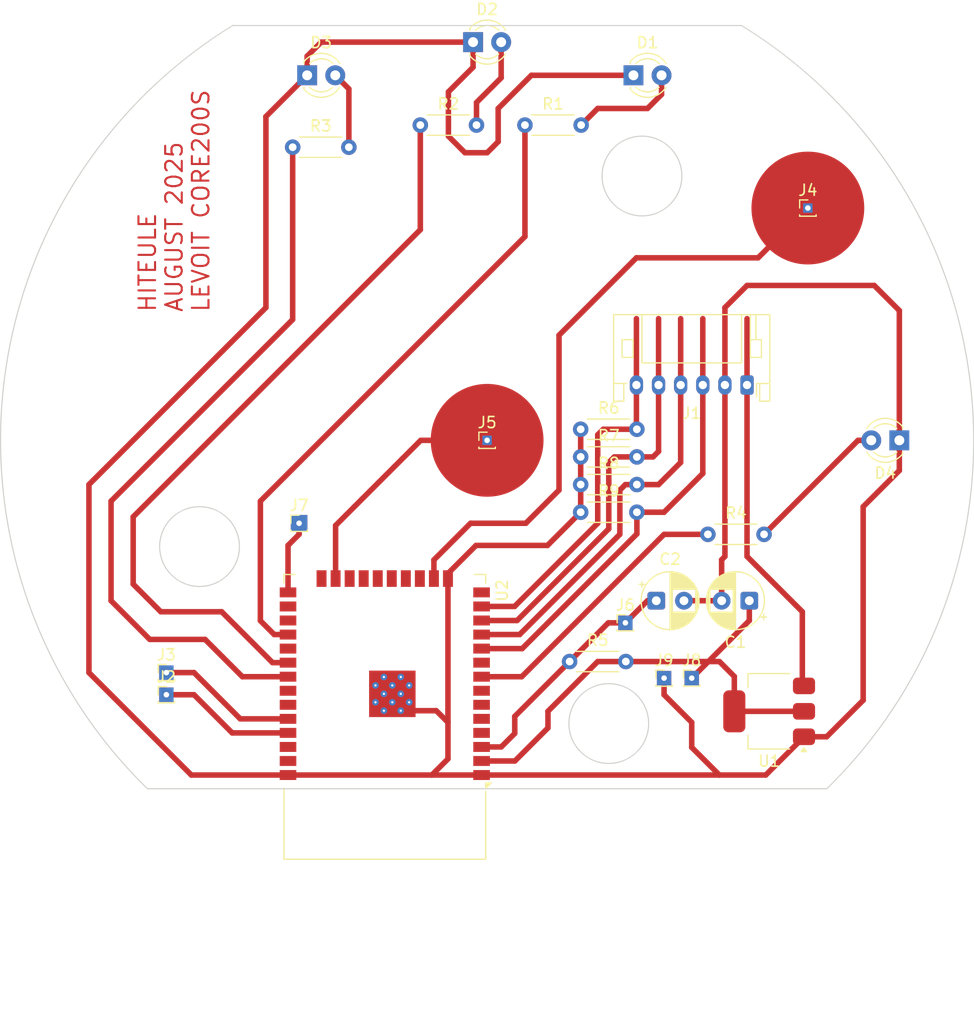
<source format=kicad_pcb>
(kicad_pcb (version 20241229) (generator "pcbnew") (generator_version "9.0")
  (title_block (title "Levoit Core200s") (date "08/2025") (rev "0"))
  (layers (0 "F.Cu" signal) (2 "B.Cu" signal) (13 "F.Paste" user) (15 "B.Paste" user) (5 "F.SilkS" user "F.Silkscreen") (7 "B.SilkS" user "B.Silkscreen") (1 "F.Mask" user) (3 "B.Mask" user) (25 "Edge.Cuts" user))
  (net 0 "")
  (net 1 "VCC")
  (net 2 "GND")
  (net 5 "Net-(J6-Pin_1)")
  (net 7 "Net-(J7-Pin_1)")
  (net 19 "Net-(U2-IO19)")
  (net 21 "Net-(D1-A)")
  (net 22 "Net-(D2-A)")
  (net 23 "Net-(D3-A)")
  (net 24 "Net-(D4-A)")
  (net 25 "F_N")
  (net 26 "F_M")
  (net 27 "F_L")
  (net 28 "F_H")
  (net 29 "Net-(J2-Pin_1)")
  (net 30 "Net-(J3-Pin_1)")
  (net 31 "Net-(J4-Pin_1)")
  (net 32 "Net-(J5-Pin_1)")
  (net 33 "Net-(U2-IO17)")
  (net 34 "Net-(U2-IO18)")
  (net 35 "+3.3V")
  (net 37 "Net-(U2-IO32)")
  (footprint "Connector_PinHeader_1.00mm:PinHeader_1x01_P1.00mm_Vertical" (layer "F.Cu") (at 89.5 153.5)
    (property "Reference" "J7" (at 0 -1.61 0) (layer "F.SilkS"))
    (property "Value" "DTR")
    (pad "1" thru_hole rect (at 0 0) (size 1.5 1.5) (drill 0.5) (layers "*.Cu" "*.Mask") (net 7 "Net-(J7-Pin_1)"))
  )
  (footprint "LED_THT:LED_D3.0mm" (layer "F.Cu") (at 119.73 113)
    (property "Reference" "D1" (at 1.27 -2.96 0) (layer "F.SilkS"))
    (property "Value" "LED")
    (pad "1" thru_hole rect (at 0 0) (size 1.8 1.8) (drill 0.9) (layers "*.Cu" "*.Mask") (net 2 "GND"))
    (pad "2" thru_hole circle (at 2.54 0) (size 1.8 1.8) (drill 0.9) (layers "*.Cu" "*.Mask") (net 21 "Net-(D1-A)"))
  )
  (footprint "Resistor_THT:R_Axial_DIN0204_L3.6mm_D1.6mm_P5.08mm_Horizontal" (layer "F.Cu") (at 100.46 117.5)
    (property "Reference" "R2" (at 2.54 -1.92 0) (layer "F.SilkS"))
    (property "Value" "220")
    (pad "1" thru_hole circle (at 0 0) (size 1.4 1.4) (drill 0.7) (layers "*.Cu" "*.Mask") (net 34 "Net-(U2-IO18)"))
    (pad "2" thru_hole circle (at 5.08 0) (size 1.4 1.4) (drill 0.7) (layers "*.Cu" "*.Mask") (net 22 "Net-(D2-A)"))
  )
  (footprint "Connector_PinHeader_1.00mm:PinHeader_1x01_P1.00mm_Vertical" (layer "F.Cu") (at 106.5 146)
    (property "Reference" "J5" (at 0 -1.61 0) (layer "F.SilkS"))
    (property "Value" "BTN_PWR")
    (pad "1" thru_hole rect (at 0 0) (size 0.85 0.85) (drill 0.5) (layers "*.Cu" "*.Mask") (net 32 "Net-(J5-Pin_1)"))
  )
  (footprint "Connector_PinHeader_1.00mm:PinHeader_1x01_P1.00mm_Vertical" (layer "F.Cu") (at 135.5 125)
    (property "Reference" "J4" (at 0 -1.61 0) (layer "F.SilkS"))
    (property "Value" "BTN_FAN")
    (pad "1" thru_hole rect (at 0 0) (size 0.85 0.85) (drill 0.5) (layers "*.Cu" "*.Mask") (net 31 "Net-(J4-Pin_1)"))
  )
  (footprint "Connector_PinHeader_1.00mm:PinHeader_1x01_P1.00mm_Vertical" (layer "F.Cu") (at 77.5 167)
    (property "Reference" "J3" (at 0 -1.61 0) (layer "F.SilkS"))
    (property "Value" "RX")
    (pad "1" thru_hole rect (at 0 0) (size 1.3 1.3) (drill 0.5) (layers "*.Cu" "*.Mask") (net 30 "Net-(J3-Pin_1)"))
  )
  (footprint "Resistor_THT:R_Axial_DIN0204_L3.6mm_D1.6mm_P5.08mm_Horizontal" (layer "F.Cu") (at 114.96 145)
    (property "Reference" "R6" (at 2.54 -1.92 0) (layer "F.SilkS"))
    (property "Value" "10k")
    (pad "1" thru_hole circle (at 0 0) (size 1.4 1.4) (drill 0.7) (layers "*.Cu" "*.Mask") (net 2 "GND"))
    (pad "2" thru_hole circle (at 5.08 0) (size 1.4 1.4) (drill 0.7) (layers "*.Cu" "*.Mask") (net 26 "F_M"))
  )
  (footprint "Connector_PinHeader_1.00mm:PinHeader_1x01_P1.00mm_Vertical" (layer "F.Cu") (at 122.5 167.5)
    (property "Reference" "J9" (at 0 -1.61 0) (layer "F.SilkS"))
    (property "Value" "GND")
    (pad "1" thru_hole rect (at 0 0) (size 1.3 1.3) (drill 0.5) (layers "*.Cu" "*.Mask") (net 2 "GND"))
  )
  (footprint "Resistor_THT:R_Axial_DIN0204_L3.6mm_D1.6mm_P5.08mm_Horizontal" (layer "F.Cu") (at 113.96 166)
    (property "Reference" "R5" (at 2.54 -1.92 0) (layer "F.SilkS"))
    (property "Value" "10k")
    (pad "1" thru_hole circle (at 0 0) (size 1.4 1.4) (drill 0.7) (layers "*.Cu" "*.Mask") (net 5 "Net-(J6-Pin_1)"))
    (pad "2" thru_hole circle (at 5.08 0) (size 1.4 1.4) (drill 0.7) (layers "*.Cu" "*.Mask") (net 35 "+3.3V"))
  )
  (footprint "Resistor_THT:R_Axial_DIN0204_L3.6mm_D1.6mm_P5.08mm_Horizontal" (layer "F.Cu") (at 109.92 117.5)
    (property "Reference" "R1" (at 2.54 -1.92 0) (layer "F.SilkS"))
    (property "Value" "220")
    (pad "1" thru_hole circle (at 0 0) (size 1.4 1.4) (drill 0.7) (layers "*.Cu" "*.Mask") (net 33 "Net-(U2-IO17)"))
    (pad "2" thru_hole circle (at 5.08 0) (size 1.4 1.4) (drill 0.7) (layers "*.Cu" "*.Mask") (net 21 "Net-(D1-A)"))
  )
  (footprint "Package_TO_SOT_SMD:SOT-223-3_TabPin2" (layer "F.Cu") (at 132 170.5 180)
    (property "Reference" "U1" (at 0 -4.5 0) (layer "F.SilkS"))
    (property "Value" "LD1117S50TR_SOT223")
    (pad "1" smd roundrect (at -3.15 -2.3 180) (size 2 1.5) (layers "F.Cu" "F.Mask" "F.Paste") (net 2 "GND"))
    (pad "2" smd roundrect (at -3.15 0 180) (size 2 1.5) (layers "F.Cu" "F.Mask" "F.Paste") (net 35 "+3.3V"))
    (pad "2" smd roundrect (at 3.15 0 180) (size 2 3.8) (layers "F.Cu" "F.Mask" "F.Paste") (net 35 "+3.3V"))
    (pad "3" smd roundrect (at -3.15 2.3 180) (size 2 1.5) (layers "F.Cu" "F.Mask" "F.Paste") (net 1 "VCC"))
  )
  (footprint "Capacitor_THT:CP_Radial_D5.0mm_P2.50mm" (layer "F.Cu") (at 121.794888 160.5)
    (property "Reference" "C2" (at 1.25 -3.75 0) (layer "F.SilkS"))
    (property "Value" "0.1uF")
    (pad "1" thru_hole roundrect (at 0 0) (size 1.6 1.6) (drill 0.8) (layers "*.Cu" "*.Mask") (roundrect_rratio 0.15625) (net 5 "Net-(J6-Pin_1)"))
    (pad "2" thru_hole circle (at 2.5 0) (size 1.6 1.6) (drill 0.8) (layers "*.Cu" "*.Mask") (net 2 "GND"))
  )
  (footprint "Resistor_THT:R_Axial_DIN0204_L3.6mm_D1.6mm_P5.08mm_Horizontal" (layer "F.Cu") (at 126.46 154.5)
    (property "Reference" "R4" (at 2.54 -1.92 0) (layer "F.SilkS"))
    (property "Value" "220")
    (pad "1" thru_hole circle (at 0 0) (size 1.4 1.4) (drill 0.7) (layers "*.Cu" "*.Mask") (net 37 "Net-(U2-IO32)"))
    (pad "2" thru_hole circle (at 5.08 0) (size 1.4 1.4) (drill 0.7) (layers "*.Cu" "*.Mask") (net 24 "Net-(D4-A)"))
  )
  (footprint "LED_THT:LED_D3.0mm" (layer "F.Cu") (at 143.77 146 180)
    (property "Reference" "D4" (at 1.27 -2.96 0) (layer "F.SilkS"))
    (property "Value" "LED")
    (pad "1" thru_hole rect (at 0 0 180) (size 1.8 1.8) (drill 0.9) (layers "*.Cu" "*.Mask") (net 2 "GND"))
    (pad "2" thru_hole circle (at 2.54 0 180) (size 1.8 1.8) (drill 0.9) (layers "*.Cu" "*.Mask") (net 24 "Net-(D4-A)"))
  )
  (footprint "Connector_PinHeader_1.00mm:PinHeader_1x01_P1.00mm_Vertical" (layer "F.Cu") (at 77.5 169)
    (property "Reference" "J2" (at 0 -1.61 0) (layer "F.SilkS"))
    (property "Value" "TX")
    (pad "1" thru_hole rect (at 0 0) (size 1.3 1.3) (drill 0.5) (layers "*.Cu" "*.Mask") (net 29 "Net-(J2-Pin_1)"))
  )
  (footprint "LED_THT:LED_D3.0mm" (layer "F.Cu") (at 105.23 110)
    (property "Reference" "D2" (at 1.27 -2.96 0) (layer "F.SilkS"))
    (property "Value" "LED")
    (pad "1" thru_hole rect (at 0 0) (size 1.8 1.8) (drill 0.9) (layers "*.Cu" "*.Mask") (net 2 "GND"))
    (pad "2" thru_hole circle (at 2.54 0) (size 1.8 1.8) (drill 0.9) (layers "*.Cu" "*.Mask") (net 22 "Net-(D2-A)"))
  )
  (footprint "Connector_PinHeader_1.00mm:PinHeader_1x01_P1.00mm_Vertical" (layer "F.Cu") (at 125 167.5)
    (property "Reference" "J8" (at 0 -1.61 0) (layer "F.SilkS"))
    (property "Value" "+3.3V")
    (pad "1" thru_hole rect (at 0 0) (size 1.3 1.3) (drill 0.5) (layers "*.Cu" "*.Mask") (net 35 "+3.3V"))
  )
  (footprint "LED_THT:LED_D3.0mm" (layer "F.Cu") (at 90.23 113)
    (property "Reference" "D3" (at 1.27 -2.96 0) (layer "F.SilkS"))
    (property "Value" "LED")
    (pad "1" thru_hole rect (at 0 0) (size 1.8 1.8) (drill 0.9) (layers "*.Cu" "*.Mask") (net 2 "GND"))
    (pad "2" thru_hole circle (at 2.54 0) (size 1.8 1.8) (drill 0.9) (layers "*.Cu" "*.Mask") (net 23 "Net-(D3-A)"))
  )
  (footprint "Resistor_THT:R_Axial_DIN0204_L3.6mm_D1.6mm_P5.08mm_Horizontal" (layer "F.Cu") (at 114.96 147.5)
    (property "Reference" "R7" (at 2.54 -1.92 0) (layer "F.SilkS"))
    (property "Value" "10k")
    (pad "1" thru_hole circle (at 0 0) (size 1.4 1.4) (drill 0.7) (layers "*.Cu" "*.Mask") (net 2 "GND"))
    (pad "2" thru_hole circle (at 5.08 0) (size 1.4 1.4) (drill 0.7) (layers "*.Cu" "*.Mask") (net 25 "F_N"))
  )
  (footprint "Resistor_THT:R_Axial_DIN0204_L3.6mm_D1.6mm_P5.08mm_Horizontal" (layer "F.Cu") (at 114.96 150)
    (property "Reference" "R8" (at 2.54 -1.92 0) (layer "F.SilkS"))
    (property "Value" "10k")
    (pad "1" thru_hole circle (at 0 0) (size 1.4 1.4) (drill 0.7) (layers "*.Cu" "*.Mask") (net 2 "GND"))
    (pad "2" thru_hole circle (at 5.08 0) (size 1.4 1.4) (drill 0.7) (layers "*.Cu" "*.Mask") (net 27 "F_L"))
  )
  (footprint "Capacitor_THT:CP_Radial_D5.0mm_P2.50mm" (layer "F.Cu") (at 130.205113 160.5 180)
    (property "Reference" "C1" (at 1.25 -3.75 0) (layer "F.SilkS"))
    (property "Value" "10uF")
    (pad "1" thru_hole roundrect (at 0 0 180) (size 1.6 1.6) (drill 0.8) (layers "*.Cu" "*.Mask") (roundrect_rratio 0.15625) (net 35 "+3.3V"))
    (pad "2" thru_hole circle (at 2.5 0 180) (size 1.6 1.6) (drill 0.8) (layers "*.Cu" "*.Mask") (net 2 "GND"))
  )
  (footprint "RF_Module:ESP32-WROOM-32" (layer "F.Cu") (at 97.25 168.01 180)
    (property "Reference" "U2" (at -10.61 8.43 90) (layer "F.SilkS"))
    (property "Value" "ESP32-WROOM-32")
    (pad "1" smd rect (at -8.75 -8.25 180) (size 1.5 0.9) (layers "F.Cu" "F.Mask" "F.Paste") (net 2 "GND"))
    (pad "2" smd rect (at -8.75 -6.98 180) (size 1.5 0.9) (layers "F.Cu" "F.Mask" "F.Paste") (net 35 "+3.3V"))
    (pad "3" smd rect (at -8.75 -5.71 180) (size 1.5 0.9) (layers "F.Cu" "F.Mask" "F.Paste") (net 5 "Net-(J6-Pin_1)"))
    (pad "4" smd rect (at -8.75 -4.44 180) (size 1.5 0.9) (layers "F.Cu" "F.Mask" "F.Paste"))
    (pad "5" smd rect (at -8.75 -3.17 180) (size 1.5 0.9) (layers "F.Cu" "F.Mask" "F.Paste"))
    (pad "6" smd rect (at -8.75 -1.9 180) (size 1.5 0.9) (layers "F.Cu" "F.Mask" "F.Paste"))
    (pad "7" smd rect (at -8.75 -0.63 180) (size 1.5 0.9) (layers "F.Cu" "F.Mask" "F.Paste"))
    (pad "8" smd rect (at -8.75 0.64 180) (size 1.5 0.9) (layers "F.Cu" "F.Mask" "F.Paste") (net 37 "Net-(U2-IO32)"))
    (pad "9" smd rect (at -8.75 1.91 180) (size 1.5 0.9) (layers "F.Cu" "F.Mask" "F.Paste"))
    (pad "10" smd rect (at -8.75 3.18 180) (size 1.5 0.9) (layers "F.Cu" "F.Mask" "F.Paste") (net 28 "F_H"))
    (pad "11" smd rect (at -8.75 4.45 180) (size 1.5 0.9) (layers "F.Cu" "F.Mask" "F.Paste") (net 27 "F_L"))
    (pad "12" smd rect (at -8.75 5.72 180) (size 1.5 0.9) (layers "F.Cu" "F.Mask" "F.Paste") (net 25 "F_N"))
    (pad "13" smd rect (at -8.75 6.99 180) (size 1.5 0.9) (layers "F.Cu" "F.Mask" "F.Paste") (net 26 "F_M"))
    (pad "14" smd rect (at -8.75 8.26 180) (size 1.5 0.9) (layers "F.Cu" "F.Mask" "F.Paste"))
    (pad "15" smd rect (at -5.71 9.51 270) (size 1.5 0.9) (layers "F.Cu" "F.Mask" "F.Paste") (net 2 "GND"))
    (pad "16" smd rect (at -4.44 9.51 270) (size 1.5 0.9) (layers "F.Cu" "F.Mask" "F.Paste") (net 31 "Net-(J4-Pin_1)"))
    (pad "17" smd rect (at -3.17 9.51 270) (size 1.5 0.9) (layers "F.Cu" "F.Mask" "F.Paste"))
    (pad "18" smd rect (at -1.9 9.51 270) (size 1.5 0.9) (layers "F.Cu" "F.Mask" "F.Paste"))
    (pad "19" smd rect (at -0.63 9.51 270) (size 1.5 0.9) (layers "F.Cu" "F.Mask" "F.Paste"))
    (pad "20" smd rect (at 0.64 9.51 270) (size 1.5 0.9) (layers "F.Cu" "F.Mask" "F.Paste"))
    (pad "21" smd rect (at 1.91 9.51 270) (size 1.5 0.9) (layers "F.Cu" "F.Mask" "F.Paste"))
    (pad "22" smd rect (at 3.18 9.51 270) (size 1.5 0.9) (layers "F.Cu" "F.Mask" "F.Paste"))
    (pad "23" smd rect (at 4.45 9.51 270) (size 1.5 0.9) (layers "F.Cu" "F.Mask" "F.Paste") (net 32 "Net-(J5-Pin_1)"))
    (pad "24" smd rect (at 5.72 9.51 270) (size 1.5 0.9) (layers "F.Cu" "F.Mask" "F.Paste"))
    (pad "25" smd rect (at 8.75 8.26 180) (size 1.5 0.9) (layers "F.Cu" "F.Mask" "F.Paste") (net 7 "Net-(J7-Pin_1)"))
    (pad "26" smd rect (at 8.75 6.99 180) (size 1.5 0.9) (layers "F.Cu" "F.Mask" "F.Paste"))
    (pad "27" smd rect (at 8.75 5.72 180) (size 1.5 0.9) (layers "F.Cu" "F.Mask" "F.Paste"))
    (pad "28" smd rect (at 8.75 4.45 180) (size 1.5 0.9) (layers "F.Cu" "F.Mask" "F.Paste") (net 33 "Net-(U2-IO17)"))
    (pad "29" smd rect (at 8.75 3.18 180) (size 1.5 0.9) (layers "F.Cu" "F.Mask" "F.Paste"))
    (pad "30" smd rect (at 8.75 1.91 180) (size 1.5 0.9) (layers "F.Cu" "F.Mask" "F.Paste") (net 34 "Net-(U2-IO18)"))
    (pad "31" smd rect (at 8.75 0.64 180) (size 1.5 0.9) (layers "F.Cu" "F.Mask" "F.Paste") (net 19 "Net-(U2-IO19)"))
    (pad "32" smd rect (at 8.75 -0.63 180) (size 1.5 0.9) (layers "F.Cu" "F.Mask" "F.Paste"))
    (pad "33" smd rect (at 8.75 -1.9 180) (size 1.5 0.9) (layers "F.Cu" "F.Mask" "F.Paste"))
    (pad "34" smd rect (at 8.75 -3.17 180) (size 1.5 0.9) (layers "F.Cu" "F.Mask" "F.Paste") (net 30 "Net-(J3-Pin_1)"))
    (pad "35" smd rect (at 8.75 -4.44 180) (size 1.5 0.9) (layers "F.Cu" "F.Mask" "F.Paste") (net 29 "Net-(J2-Pin_1)"))
    (pad "36" smd rect (at 8.75 -5.71 180) (size 1.5 0.9) (layers "F.Cu" "F.Mask" "F.Paste"))
    (pad "37" smd rect (at 8.75 -6.98 180) (size 1.5 0.9) (layers "F.Cu" "F.Mask" "F.Paste"))
    (pad "38" smd rect (at 8.75 -8.25 180) (size 1.5 0.9) (layers "F.Cu" "F.Mask" "F.Paste") (net 2 "GND"))
    (pad "39" smd rect (at -2.205 -2.435 180) (size 1.05 1.05) (layers "F.Cu" "F.Paste") (net 2 "GND"))
    (pad "39" thru_hole circle (at -2.205 -1.6725 180) (size 0.6 0.6) (drill 0.2) (property pad_prop_heatsink) (layers "*.Cu" "F.Mask") (net 2 "GND"))
    (pad "39" smd rect (at -2.205 -0.91 180) (size 1.05 1.05) (layers "F.Cu" "F.Paste") (net 2 "GND"))
    (pad "39" thru_hole circle (at -2.205 -0.1475 180) (size 0.6 0.6) (drill 0.2) (property pad_prop_heatsink) (layers "*.Cu" "F.Mask") (net 2 "GND"))
    (pad "39" smd rect (at -2.205 0.615 180) (size 1.05 1.05) (layers "F.Cu" "F.Paste") (net 2 "GND"))
    (pad "39" thru_hole circle (at -1.4425 -2.435 180) (size 0.6 0.6) (drill 0.2) (property pad_prop_heatsink) (layers "*.Cu" "F.Mask") (net 2 "GND"))
    (pad "39" thru_hole circle (at -1.4425 -0.91 180) (size 0.6 0.6) (drill 0.2) (property pad_prop_heatsink) (layers "*.Cu" "F.Mask") (net 2 "GND"))
    (pad "39" thru_hole circle (at -1.4425 0.615 180) (size 0.6 0.6) (drill 0.2) (property pad_prop_heatsink) (layers "*.Cu" "F.Mask") (net 2 "GND"))
    (pad "39" smd rect (at -0.68 -2.435 180) (size 1.05 1.05) (layers "F.Cu" "F.Paste") (net 2 "GND"))
    (pad "39" thru_hole circle (at -0.68 -1.6725 180) (size 0.6 0.6) (drill 0.2) (property pad_prop_heatsink) (layers "*.Cu" "F.Mask") (net 2 "GND"))
    (pad "39" smd rect (at -0.68 -0.91 180) (size 1.05 1.05) (layers "F.Cu" "F.Paste") (net 2 "GND"))
    (pad "39" smd rect (at -0.68 -0.91 180) (size 4.2 4.2) (property pad_prop_heatsink) (layers "F.Cu" "F.Mask") (net 2 "GND"))
    (pad "39" thru_hole circle (at -0.68 -0.1475 180) (size 0.6 0.6) (drill 0.2) (property pad_prop_heatsink) (layers "*.Cu" "F.Mask") (net 2 "GND"))
    (pad "39" smd rect (at -0.68 0.615 180) (size 1.05 1.05) (layers "F.Cu" "F.Paste") (net 2 "GND"))
    (pad "39" thru_hole circle (at 0.0825 -2.435 180) (size 0.6 0.6) (drill 0.2) (property pad_prop_heatsink) (layers "*.Cu" "F.Mask") (net 2 "GND"))
    (pad "39" thru_hole circle (at 0.0825 -0.91 180) (size 0.6 0.6) (drill 0.2) (property pad_prop_heatsink) (layers "*.Cu" "F.Mask") (net 2 "GND"))
    (pad "39" thru_hole circle (at 0.0825 0.615 180) (size 0.6 0.6) (drill 0.2) (property pad_prop_heatsink) (layers "*.Cu" "F.Mask") (net 2 "GND"))
    (pad "39" smd rect (at 0.845 -2.435 180) (size 1.05 1.05) (layers "F.Cu" "F.Paste") (net 2 "GND"))
    (pad "39" thru_hole circle (at 0.845 -1.6725 180) (size 0.6 0.6) (drill 0.2) (property pad_prop_heatsink) (layers "*.Cu" "F.Mask") (net 2 "GND"))
    (pad "39" smd rect (at 0.845 -0.91 180) (size 1.05 1.05) (layers "F.Cu" "F.Paste") (net 2 "GND"))
    (pad "39" thru_hole circle (at 0.845 -0.1475 180) (size 0.6 0.6) (drill 0.2) (property pad_prop_heatsink) (layers "*.Cu" "F.Mask") (net 2 "GND"))
    (pad "39" smd rect (at 0.845 0.615 180) (size 1.05 1.05) (layers "F.Cu" "F.Paste") (net 2 "GND"))
  )
  (footprint "Resistor_THT:R_Axial_DIN0204_L3.6mm_D1.6mm_P5.08mm_Horizontal" (layer "F.Cu") (at 114.96 152.5)
    (property "Reference" "R9" (at 2.54 -1.92 0) (layer "F.SilkS"))
    (property "Value" "10k")
    (pad "1" thru_hole circle (at 0 0) (size 1.4 1.4) (drill 0.7) (layers "*.Cu" "*.Mask") (net 2 "GND"))
    (pad "2" thru_hole circle (at 5.08 0) (size 1.4 1.4) (drill 0.7) (layers "*.Cu" "*.Mask") (net 28 "F_H"))
  )
  (footprint "Connector_PinHeader_1.00mm:PinHeader_1x01_P1.00mm_Vertical" (layer "F.Cu") (at 119 162.5)
    (property "Reference" "J6" (at 0 -1.61 0) (layer "F.SilkS"))
    (property "Value" "RTS")
    (pad "1" thru_hole rect (at 0 0) (size 1.3 1.3) (drill 0.5) (layers "*.Cu" "*.Mask") (net 5 "Net-(J6-Pin_1)"))
  )
  (footprint "Connector_JST:JST_PH_S6B-PH-K_1x06_P2.00mm_Horizontal" (layer "F.Cu") (at 130 141 180)
    (property "Reference" "J1" (at 5 -2.55 0) (layer "F.SilkS"))
    (property "Value" "Conn_01x06_Socket")
    (pad "1" thru_hole roundrect (at 0 0 180) (size 1.2 1.75) (drill 0.75) (layers "*.Cu" "*.Mask") (roundrect_rratio 0.208333) (net 1 "VCC"))
    (pad "2" thru_hole oval (at 2 0 180) (size 1.2 1.75) (drill 0.75) (layers "*.Cu" "*.Mask") (net 2 "GND"))
    (pad "3" thru_hole oval (at 4 0 180) (size 1.2 1.75) (drill 0.75) (layers "*.Cu" "*.Mask") (net 28 "F_H"))
    (pad "4" thru_hole oval (at 6 0 180) (size 1.2 1.75) (drill 0.75) (layers "*.Cu" "*.Mask") (net 27 "F_L"))
    (pad "5" thru_hole oval (at 8 0 180) (size 1.2 1.75) (drill 0.75) (layers "*.Cu" "*.Mask") (net 25 "F_N"))
    (pad "6" thru_hole oval (at 10 0 180) (size 1.2 1.75) (drill 0.75) (layers "*.Cu" "*.Mask") (net 26 "F_M"))
  )
  (footprint "Resistor_THT:R_Axial_DIN0204_L3.6mm_D1.6mm_P5.08mm_Horizontal" (layer "F.Cu") (at 88.92 119.5)
    (property "Reference" "R3" (at 2.54 -1.92 0) (layer "F.SilkS"))
    (property "Value" "220")
    (pad "1" thru_hole circle (at 0 0) (size 1.4 1.4) (drill 0.7) (layers "*.Cu" "*.Mask") (net 19 "Net-(U2-IO19)"))
    (pad "2" thru_hole circle (at 5.08 0) (size 1.4 1.4) (drill 0.7) (layers "*.Cu" "*.Mask") (net 23 "Net-(D3-A)"))
  )
  (gr_circle (center 106.5 146) (end 111.5 146) (stroke (width 0.2)) (fill yes) (layer "F.Cu") (net 32))
  (gr_circle (center 135.5 125) (end 140.5 125) (stroke (width 0.2)) (fill yes) (layer "F.Cu") (net 31))
  (gr_line (start 75.791696 177.5) (end 137.208302 177.5) (stroke (width 0.1)) (layer "Edge.Cuts"))
  (gr_arc (start 75.791696 177.5) (mid 62.780491 141.115894) (end 83.5 108.5) (stroke (width 0.1)) (layer "Edge.Cuts"))
  (gr_arc (start 129.5 108.500001) (mid 150.219509 141.115895) (end 137.208304 177.5) (stroke (width 0.1)) (layer "Edge.Cuts"))
  (gr_circle (center 80.5 155.605551) (end 83.5 157.605551) (stroke (width 0.1)) (fill no) (layer "Edge.Cuts"))
  (gr_circle (center 117.5 171.605551) (end 120.5 173.605551) (stroke (width 0.1)) (fill no) (layer "Edge.Cuts"))
  (gr_circle (center 120.5 122.105551) (end 123.5 124.105551) (stroke (width 0.1)) (fill no) (layer "Edge.Cuts"))
  (gr_line (start 83.5 108.500001) (end 129.5 108.5) (stroke (width 0.1)) (layer "Edge.Cuts"))
  (gr_text "HITEULE\nAUGUST 2025\nLEVOIT CORE200S" (at 81.5 134.5 90) (layer "F.Cu") (effects (font (size 1.5 1.5) (thickness 0.1875)) (justify left bottom)))
  (segment (start 135 168.05) (end 135.15 168.2) (width 0.2) (layer "F.Cu") (net 1))
  (segment (start 130 156.5) (end 135 161.5) (width 0.5) (layer "F.Cu") (net 1))
  (segment (start 135 161.5) (end 135 168.05) (width 0.5) (layer "F.Cu") (net 1))
  (segment (start 130 141) (end 130 135) (width 0.5) (layer "F.Cu") (net 1))
  (segment (start 130 141) (end 130 156.5) (width 0.5) (layer "F.Cu") (net 1))
  (segment (start 111.96 155.5) (end 105.5 155.5) (width 0.5) (layer "F.Cu") (net 2))
  (segment (start 70.5 150) (end 86.5 134) (width 0.5) (layer "F.Cu") (net 2))
  (segment (start 70.5 167) (end 70.5 150) (width 0.5) (layer "F.Cu") (net 2))
  (segment (start 110.5 113) (end 119.73 113) (width 0.5) (layer "F.Cu") (net 2))
  (segment (start 135.15 172.8) (end 131.69 176.26) (width 0.5) (layer "F.Cu") (net 2))
  (segment (start 86.5 134) (end 86.5 116.73) (width 0.5) (layer "F.Cu") (net 2))
  (segment (start 141.5 132) (end 130 132) (width 0.5) (layer "F.Cu") (net 2))
  (segment (start 107.5 116) (end 110.5 113) (width 0.5) (layer "F.Cu") (net 2))
  (segment (start 128 141) (end 128 141.5) (width 0.2) (layer "F.Cu") (net 2))
  (segment (start 140.5 169.5) (end 137.2 172.8) (width 0.5) (layer "F.Cu") (net 2))
  (segment (start 88.5 176.26) (end 79.76 176.26) (width 0.5) (layer "F.Cu") (net 2))
  (segment (start 105.5 155.5) (end 102.96 158.04) (width 0.5) (layer "F.Cu") (net 2))
  (segment (start 122.5 167.5) (end 122.5 169) (width 0.5) (layer "F.Cu") (net 2))
  (segment (start 114.96 152.5) (end 111.96 155.5) (width 0.5) (layer "F.Cu") (net 2))
  (segment (start 127.5 176.26) (end 106 176.26) (width 0.5) (layer "F.Cu") (net 2))
  (segment (start 101.905 170.445) (end 102.96 171.5) (width 0.5) (layer "F.Cu") (net 2))
  (segment (start 143.77 146) (end 143.77 134.27) (width 0.5) (layer "F.Cu") (net 2))
  (segment (start 79.76 176.26) (end 70.5 167) (width 0.5) (layer "F.Cu") (net 2))
  (segment (start 103 118.5) (end 104.5 120) (width 0.5) (layer "F.Cu") (net 2))
  (segment (start 143.77 146) (end 143.77 148.73) (width 0.5) (layer "F.Cu") (net 2))
  (segment (start 114.96 145) (end 114.96 147.5) (width 0.5) (layer "F.Cu") (net 2))
  (segment (start 125 171.5) (end 125 173.76) (width 0.5) (layer "F.Cu") (net 2))
  (segment (start 102.96 174.8) (end 102.96 171.5) (width 0.5) (layer "F.Cu") (net 2))
  (segment (start 105.23 112.27) (end 103 114.5) (width 0.5) (layer "F.Cu") (net 2))
  (segment (start 140.5 152) (end 140.5 169.5) (width 0.5) (layer "F.Cu") (net 2))
  (segment (start 130 132) (end 128 134) (width 0.5) (layer "F.Cu") (net 2))
  (segment (start 102.96 158.04) (end 102.96 158.5) (width 0.5) (layer "F.Cu") (net 2))
  (segment (start 102.96 171.5) (end 102.96 158.5) (width 0.5) (layer "F.Cu") (net 2))
  (segment (start 91.5 110) (end 90.23 111.27) (width 0.5) (layer "F.Cu") (net 2))
  (segment (start 106.5 120) (end 107.5 119) (width 0.5) (layer "F.Cu") (net 2))
  (segment (start 114.96 150) (end 114.96 152.5) (width 0.5) (layer "F.Cu") (net 2))
  (segment (start 90.23 111.27) (end 90.23 113) (width 0.5) (layer "F.Cu") (net 2))
  (segment (start 131.69 176.26) (end 127.5 176.26) (width 0.5) (layer "F.Cu") (net 2))
  (segment (start 101.5 176.26) (end 102.96 174.8) (width 0.5) (layer "F.Cu") (net 2))
  (segment (start 128 141.5) (end 128.205113 141.705113) (width 0.2) (layer "F.Cu") (net 2))
  (segment (start 137.2 172.8) (end 135.15 172.8) (width 0.5) (layer "F.Cu") (net 2))
  (segment (start 86.5 116.73) (end 90.23 113) (width 0.5) (layer "F.Cu") (net 2))
  (segment (start 99.455 170.445) (end 101.905 170.445) (width 0.5) (layer "F.Cu") (net 2))
  (segment (start 143.77 148.73) (end 140.5 152) (width 0.5) (layer "F.Cu") (net 2))
  (segment (start 143.77 134.27) (end 141.5 132) (width 0.5) (layer "F.Cu") (net 2))
  (segment (start 106 176.26) (end 101.5 176.26) (width 0.5) (layer "F.Cu") (net 2))
  (segment (start 107.5 119) (end 107.5 116) (width 0.5) (layer "F.Cu") (net 2))
  (segment (start 127.705113 156.794887) (end 128 156.5) (width 0.5) (layer "F.Cu") (net 2))
  (segment (start 105.23 110) (end 91.5 110) (width 0.5) (layer "F.Cu") (net 2))
  (segment (start 103 114.5) (end 103 118.5) (width 0.5) (layer "F.Cu") (net 2))
  (segment (start 127.705113 160.5) (end 127.705113 156.794887) (width 0.5) (layer "F.Cu") (net 2))
  (segment (start 114.96 147.5) (end 114.96 150) (width 0.5) (layer "F.Cu") (net 2))
  (segment (start 124.294888 160.5) (end 127.705113 160.5) (width 0.5) (layer "F.Cu") (net 2))
  (segment (start 104.5 120) (end 106.5 120) (width 0.5) (layer "F.Cu") (net 2))
  (segment (start 101.5 176.26) (end 88.5 176.26) (width 0.5) (layer "F.Cu") (net 2))
  (segment (start 128 134) (end 128 141) (width 0.5) (layer "F.Cu") (net 2))
  (segment (start 105.23 110) (end 105.23 112.27) (width 0.5) (layer "F.Cu") (net 2))
  (segment (start 128 156.5) (end 128 141) (width 0.5) (layer "F.Cu") (net 2))
  (segment (start 125 173.76) (end 127.5 176.26) (width 0.5) (layer "F.Cu") (net 2))
  (segment (start 122.5 169) (end 125 171.5) (width 0.5) (layer "F.Cu") (net 2))
  (segment (start 109 170.96) (end 113.96 166) (width 0.5) (layer "F.Cu") (net 5))
  (segment (start 119 162.5) (end 117.46 162.5) (width 0.5) (layer "F.Cu") (net 5))
  (segment (start 107.78 173.72) (end 109 172.5) (width 0.5) (layer "F.Cu") (net 5))
  (segment (start 121 160.5) (end 119 162.5) (width 0.5) (layer "F.Cu") (net 5))
  (segment (start 109 172.5) (end 109 170.96) (width 0.5) (layer "F.Cu") (net 5))
  (segment (start 121.794888 160.5) (end 121 160.5) (width 0.5) (layer "F.Cu") (net 5))
  (segment (start 106 173.72) (end 107.78 173.72) (width 0.5) (layer "F.Cu") (net 5))
  (segment (start 117.46 162.5) (end 113.96 166) (width 0.5) (layer "F.Cu") (net 5))
  (segment (start 89.5 154.5) (end 88.5 155.5) (width 0.5) (layer "F.Cu") (net 7))
  (segment (start 89.5 153.5) (end 89.5 154.5) (width 0.5) (layer "F.Cu") (net 7))
  (segment (start 88.5 155.5) (end 88.5 159.75) (width 0.5) (layer "F.Cu") (net 7))
  (segment (start 81 164) (end 76 164) (width 0.5) (layer "F.Cu") (net 19))
  (segment (start 72.5 160.5) (end 72.5 151.5) (width 0.5) (layer "F.Cu") (net 19))
  (segment (start 88.5 167.37) (end 84.37 167.37) (width 0.5) (layer "F.Cu") (net 19))
  (segment (start 76 164) (end 72.5 160.5) (width 0.5) (layer "F.Cu") (net 19))
  (segment (start 88.92 135.08) (end 88.92 119.5) (width 0.5) (layer "F.Cu") (net 19))
  (segment (start 84.37 167.37) (end 81 164) (width 0.5) (layer "F.Cu") (net 19))
  (segment (start 72.5 151.5) (end 88.92 135.08) (width 0.5) (layer "F.Cu") (net 19))
  (segment (start 122.27 113) (end 122.27 114.73) (width 0.5) (layer "F.Cu") (net 21))
  (segment (start 121 116) (end 116.5 116) (width 0.5) (layer "F.Cu") (net 21))
  (segment (start 116.5 116) (end 115 117.5) (width 0.5) (layer "F.Cu") (net 21))
  (segment (start 122.27 114.73) (end 121 116) (width 0.5) (layer "F.Cu") (net 21))
  (segment (start 105.54 115.46) (end 107.77 113.23) (width 0.5) (layer "F.Cu") (net 22))
  (segment (start 107.77 113.23) (end 107.77 110) (width 0.5) (layer "F.Cu") (net 22))
  (segment (start 105.54 117.5) (end 105.54 115.46) (width 0.5) (layer "F.Cu") (net 22))
  (segment (start 94 119.5) (end 94 114.23) (width 0.5) (layer "F.Cu") (net 23))
  (segment (start 94 114.23) (end 92.77 113) (width 0.5) (layer "F.Cu") (net 23))
  (segment (start 131.54 154.5) (end 140.04 146) (width 0.5) (layer "F.Cu") (net 24))
  (segment (start 140.04 146) (end 141.23 146) (width 0.5) (layer "F.Cu") (net 24))
  (segment (start 122 147) (end 121.5 147.5) (width 0.5) (layer "F.Cu") (net 25))
  (segment (start 118 147.5) (end 117.5 148) (width 0.5) (layer "F.Cu") (net 25))
  (segment (start 109.21 162.29) (end 106 162.29) (width 0.5) (layer "F.Cu") (net 25))
  (segment (start 122 141) (end 122 135) (width 0.5) (layer "F.Cu") (net 25))
  (segment (start 121.5 147.5) (end 120.04 147.5) (width 0.5) (layer "F.Cu") (net 25))
  (segment (start 117.5 154) (end 109.21 162.29) (width 0.5) (layer "F.Cu") (net 25))
  (segment (start 117.5 148) (end 117.5 154) (width 0.5) (layer "F.Cu") (net 25))
  (segment (start 120.04 147.5) (end 118 147.5) (width 0.5) (layer "F.Cu") (net 25))
  (segment (start 122 141) (end 122 147) (width 0.5) (layer "F.Cu") (net 25))
  (segment (start 120.04 145) (end 117 145) (width 0.5) (layer "F.Cu") (net 26))
  (segment (start 116.5 145.5) (end 116.5 153.5) (width 0.5) (layer "F.Cu") (net 26))
  (segment (start 117 145) (end 116.5 145.5) (width 0.5) (layer "F.Cu") (net 26))
  (segment (start 120 141) (end 120 135) (width 0.5) (layer "F.Cu") (net 26))
  (segment (start 108.98 161.02) (end 106 161.02) (width 0.5) (layer "F.Cu") (net 26))
  (segment (start 120 141) (end 120 144.96) (width 0.5) (layer "F.Cu") (net 26))
  (segment (start 116.5 153.5) (end 108.98 161.02) (width 0.5) (layer "F.Cu") (net 26))
  (segment (start 120 144.96) (end 120.04 145) (width 0.5) (layer "F.Cu") (net 26))
  (segment (start 119 150) (end 118.5 150.5) (width 0.5) (layer "F.Cu") (net 27))
  (segment (start 118.5 154.5) (end 109.44 163.56) (width 0.5) (layer "F.Cu") (net 27))
  (segment (start 109.44 163.56) (end 106 163.56) (width 0.5) (layer "F.Cu") (net 27))
  (segment (start 120.04 150) (end 119 150) (width 0.5) (layer "F.Cu") (net 27))
  (segment (start 124 148) (end 122 150) (width 0.5) (layer "F.Cu") (net 27))
  (segment (start 124 141) (end 124 135) (width 0.5) (layer "F.Cu") (net 27))
  (segment (start 124 141) (end 124 148) (width 0.5) (layer "F.Cu") (net 27))
  (segment (start 118.5 150.5) (end 118.5 154.5) (width 0.5) (layer "F.Cu") (net 27))
  (segment (start 122 150) (end 120.04 150) (width 0.5) (layer "F.Cu") (net 27))
  (segment (start 122.5 152.5) (end 120.04 152.5) (width 0.5) (layer "F.Cu") (net 28))
  (segment (start 126 141) (end 126 149) (width 0.5) (layer "F.Cu") (net 28))
  (segment (start 126 141) (end 126 135) (width 0.5) (layer "F.Cu") (net 28))
  (segment (start 120.04 152.5) (end 120.04 154.46) (width 0.5) (layer "F.Cu") (net 28))
  (segment (start 109.67 164.83) (end 106 164.83) (width 0.5) (layer "F.Cu") (net 28))
  (segment (start 126 149) (end 122.5 152.5) (width 0.5) (layer "F.Cu") (net 28))
  (segment (start 120.04 154.46) (end 109.67 164.83) (width 0.5) (layer "F.Cu") (net 28))
  (segment (start 88.5 172.45) (end 83.45 172.45) (width 0.5) (layer "F.Cu") (net 29))
  (segment (start 80 169) (end 77.5 169) (width 0.5) (layer "F.Cu") (net 29))
  (segment (start 83.45 172.45) (end 80 169) (width 0.5) (layer "F.Cu") (net 29))
  (segment (start 80 167) (end 77.5 167) (width 0.5) (layer "F.Cu") (net 30))
  (segment (start 84.18 171.18) (end 80 167) (width 0.5) (layer "F.Cu") (net 30))
  (segment (start 88.5 171.18) (end 84.18 171.18) (width 0.5) (layer "F.Cu") (net 30))
  (segment (start 113 150.5) (end 113 136.5) (width 0.5) (layer "F.Cu") (net 31))
  (segment (start 101.69 156.81) (end 105 153.5) (width 0.5) (layer "F.Cu") (net 31))
  (segment (start 120 129.5) (end 131 129.5) (width 0.5) (layer "F.Cu") (net 31))
  (segment (start 131 129.5) (end 135.5 125) (width 0.5) (layer "F.Cu") (net 31))
  (segment (start 110 153.5) (end 113 150.5) (width 0.5) (layer "F.Cu") (net 31))
  (segment (start 113 136.5) (end 120 129.5) (width 0.5) (layer "F.Cu") (net 31))
  (segment (start 101.69 158.5) (end 101.69 156.81) (width 0.5) (layer "F.Cu") (net 31))
  (segment (start 105 153.5) (end 110 153.5) (width 0.5) (layer "F.Cu") (net 31))
  (segment (start 92.8 158.5) (end 92.8 153.7) (width 0.5) (layer "F.Cu") (net 32))
  (segment (start 100.5 146) (end 106.5 146) (width 0.5) (layer "F.Cu") (net 32))
  (segment (start 92.8 153.7) (end 100.5 146) (width 0.5) (layer "F.Cu") (net 32))
  (segment (start 109.92 127.58) (end 109.92 117.5) (width 0.5) (layer "F.Cu") (net 33))
  (segment (start 86 151.5) (end 109.92 127.58) (width 0.5) (layer "F.Cu") (net 33))
  (segment (start 86 162.31) (end 86 151.5) (width 0.5) (layer "F.Cu") (net 33))
  (segment (start 88.5 163.56) (end 87.25 163.56) (width 0.5) (layer "F.Cu") (net 33))
  (segment (start 87.25 163.56) (end 86 162.31) (width 0.5) (layer "F.Cu") (net 33))
  (segment (start 82.5 161.5) (end 77 161.5) (width 0.5) (layer "F.Cu") (net 34))
  (segment (start 88.5 166.1) (end 87.1 166.1) (width 0.5) (layer "F.Cu") (net 34))
  (segment (start 74.5 159) (end 74.5 152.92) (width 0.5) (layer "F.Cu") (net 34))
  (segment (start 100.46 126.96) (end 100.46 117.5) (width 0.5) (layer "F.Cu") (net 34))
  (segment (start 77 161.5) (end 74.5 159) (width 0.5) (layer "F.Cu") (net 34))
  (segment (start 74.5 152.92) (end 100.46 126.96) (width 0.5) (layer "F.Cu") (net 34))
  (segment (start 87.1 166.1) (end 82.5 161.5) (width 0.5) (layer "F.Cu") (net 34))
  (segment (start 127.5 166) (end 128.85 167.35) (width 0.5) (layer "F.Cu") (net 35))
  (segment (start 109.01 174.99) (end 112 172) (width 0.5) (layer "F.Cu") (net 35))
  (segment (start 106 174.99) (end 109.01 174.99) (width 0.5) (layer "F.Cu") (net 35))
  (segment (start 125 167.5) (end 126.5 166) (width 0.5) (layer "F.Cu") (net 35))
  (segment (start 112 170.5) (end 116.5 166) (width 0.5) (layer "F.Cu") (net 35))
  (segment (start 119.04 166) (end 126.5 166) (width 0.5) (layer "F.Cu") (net 35))
  (segment (start 116.5 166) (end 119.04 166) (width 0.5) (layer "F.Cu") (net 35))
  (segment (start 130.205113 162.294887) (end 130.205113 160.5) (width 0.5) (layer "F.Cu") (net 35))
  (segment (start 135.15 170.5) (end 128.85 170.5) (width 0.5) (layer "F.Cu") (net 35))
  (segment (start 112 172) (end 112 170.5) (width 0.5) (layer "F.Cu") (net 35))
  (segment (start 128.85 167.35) (end 128.85 170.5) (width 0.5) (layer "F.Cu") (net 35))
  (segment (start 126.5 166) (end 127.5 166) (width 0.5) (layer "F.Cu") (net 35))
  (segment (start 126.5 166) (end 130.205113 162.294887) (width 0.5) (layer "F.Cu") (net 35))
  (segment (start 109.63 167.37) (end 106 167.37) (width 0.5) (layer "F.Cu") (net 37))
  (segment (start 122.5 154.5) (end 109.63 167.37) (width 0.5) (layer "F.Cu") (net 37))
  (segment (start 126.46 154.5) (end 122.5 154.5) (width 0.5) (layer "F.Cu") (net 37))
)
</source>
